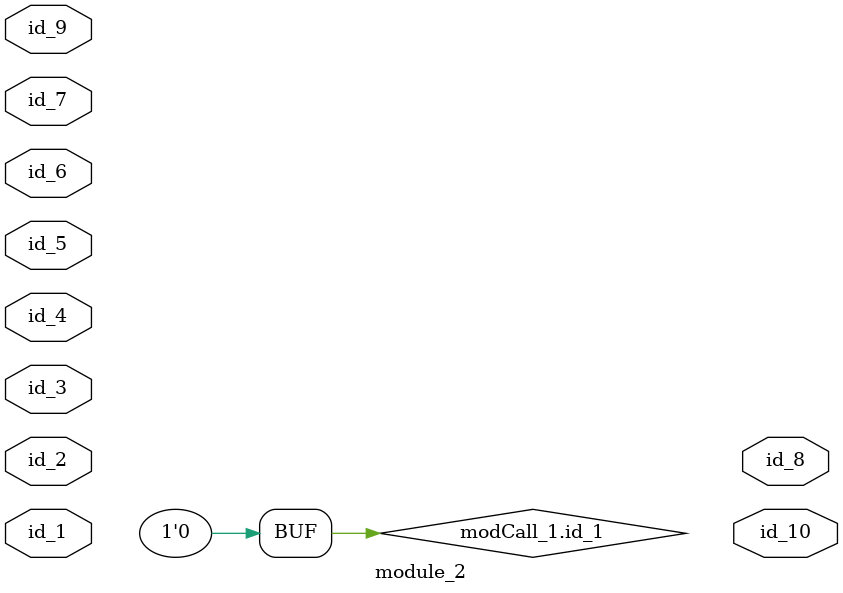
<source format=v>
module module_0;
  assign id_1 = 1 * 1;
endmodule
module module_1;
  wire id_1;
  module_0 modCall_1 ();
endmodule
module module_2 (
    id_1,
    id_2,
    id_3,
    id_4,
    id_5,
    id_6,
    id_7,
    id_8,
    id_9,
    id_10
);
  output wire id_10;
  inout wire id_9;
  output wire id_8;
  input wire id_7;
  input wire id_6;
  inout wire id_5;
  inout wire id_4;
  input wire id_3;
  inout wire id_2;
  inout wire id_1;
  wire id_11;
  module_0 modCall_1 ();
  assign modCall_1.id_1 = 0;
endmodule

</source>
